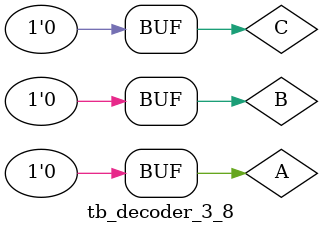
<source format=v>
`timescale 1ns / 1ns

module tb_decoder_3_8();

//define reg
reg		A;
reg		B;
reg		C;

//define wire
wire [7:0] out;

initial begin
	A = 0; B = 0; C = 0;
	#201
	A = 0; B = 0; C = 1;
	#200
	A = 0; B = 1; C = 0;
	#200
	A = 0; B = 1; C = 1;
	#200
	A = 1; B = 0; C = 0;
	#200
	A = 1; B = 0; C = 1;
	#200
	A = 1; B = 1; C = 0;
	#200
	A = 1; B = 1; C= 1;
	#200
	A = 0; B = 0; C= 0;
end

decoder3_8 decoder3_8_inst(
    .A	(A),
    .B	(B),
    .C	(C),

    .out(out)
    );
	
endmodule

</source>
